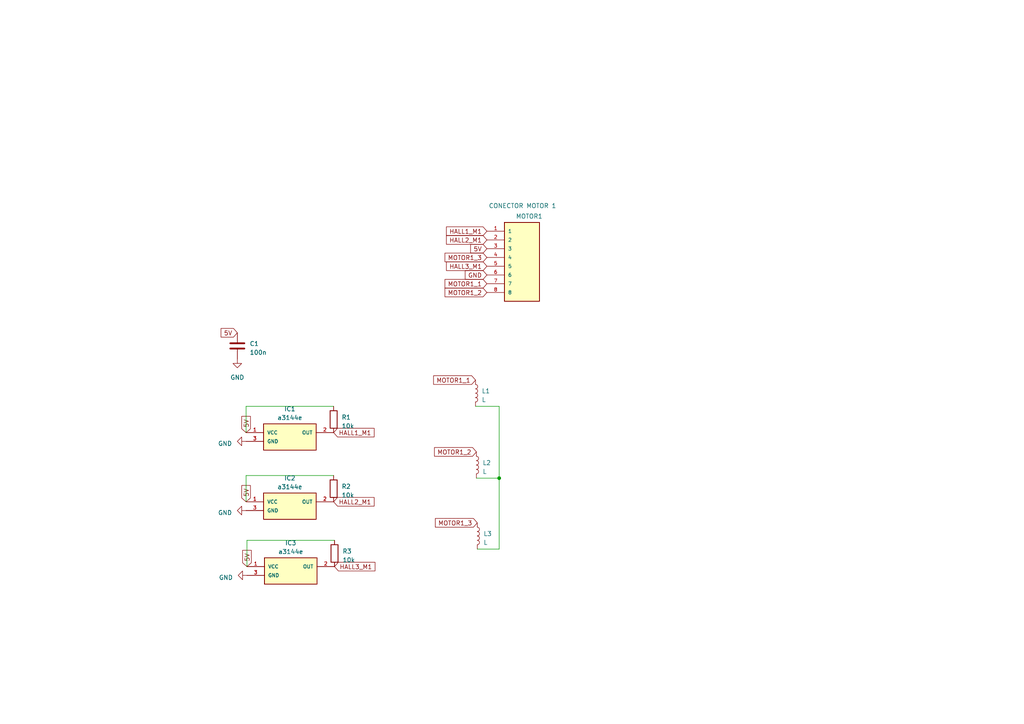
<source format=kicad_sch>
(kicad_sch (version 20230121) (generator eeschema)

  (uuid 2acaf8b6-8040-40d7-9789-d5c6e9693e5e)

  (paper "A4")

  (lib_symbols
    (symbol "1586037-8:1586037-8" (pin_names (offset 1.016)) (in_bom yes) (on_board yes)
      (property "Reference" "J" (at -5.58 12.7 0)
        (effects (font (size 1.27 1.27)) (justify left bottom))
      )
      (property "Value" "1586037-8" (at -5.08 -12.7 0)
        (effects (font (size 1.27 1.27)) (justify left bottom))
      )
      (property "Footprint" "TE_1586037-8" (at 0 0 0)
        (effects (font (size 1.27 1.27)) (justify bottom) hide)
      )
      (property "Datasheet" "" (at 0 0 0)
        (effects (font (size 1.27 1.27)) hide)
      )
      (property "Comment" "1586037-8" (at 0 0 0)
        (effects (font (size 1.27 1.27)) (justify bottom) hide)
      )
      (symbol "1586037-8_0_0"
        (rectangle (start -5.08 -10.16) (end 5.08 12.7)
          (stroke (width 0.254) (type default))
          (fill (type background))
        )
        (pin passive line (at -10.16 10.16 0) (length 5.08)
          (name "1" (effects (font (size 1.016 1.016))))
          (number "1" (effects (font (size 1.016 1.016))))
        )
        (pin passive line (at -10.16 7.62 0) (length 5.08)
          (name "2" (effects (font (size 1.016 1.016))))
          (number "2" (effects (font (size 1.016 1.016))))
        )
        (pin passive line (at -10.16 5.08 0) (length 5.08)
          (name "3" (effects (font (size 1.016 1.016))))
          (number "3" (effects (font (size 1.016 1.016))))
        )
        (pin passive line (at -10.16 2.54 0) (length 5.08)
          (name "4" (effects (font (size 1.016 1.016))))
          (number "4" (effects (font (size 1.016 1.016))))
        )
        (pin passive line (at -10.16 0 0) (length 5.08)
          (name "5" (effects (font (size 1.016 1.016))))
          (number "5" (effects (font (size 1.016 1.016))))
        )
        (pin passive line (at -10.16 -2.54 0) (length 5.08)
          (name "6" (effects (font (size 1.016 1.016))))
          (number "6" (effects (font (size 1.016 1.016))))
        )
        (pin passive line (at -10.16 -5.08 0) (length 5.08)
          (name "7" (effects (font (size 1.016 1.016))))
          (number "7" (effects (font (size 1.016 1.016))))
        )
        (pin passive line (at -10.16 -7.62 0) (length 5.08)
          (name "8" (effects (font (size 1.016 1.016))))
          (number "8" (effects (font (size 1.016 1.016))))
        )
      )
    )
    (symbol "Device:C" (pin_numbers hide) (pin_names (offset 0.254)) (in_bom yes) (on_board yes)
      (property "Reference" "C" (at 0.635 2.54 0)
        (effects (font (size 1.27 1.27)) (justify left))
      )
      (property "Value" "C" (at 0.635 -2.54 0)
        (effects (font (size 1.27 1.27)) (justify left))
      )
      (property "Footprint" "" (at 0.9652 -3.81 0)
        (effects (font (size 1.27 1.27)) hide)
      )
      (property "Datasheet" "~" (at 0 0 0)
        (effects (font (size 1.27 1.27)) hide)
      )
      (property "ki_keywords" "cap capacitor" (at 0 0 0)
        (effects (font (size 1.27 1.27)) hide)
      )
      (property "ki_description" "Unpolarized capacitor" (at 0 0 0)
        (effects (font (size 1.27 1.27)) hide)
      )
      (property "ki_fp_filters" "C_*" (at 0 0 0)
        (effects (font (size 1.27 1.27)) hide)
      )
      (symbol "C_0_1"
        (polyline
          (pts
            (xy -2.032 -0.762)
            (xy 2.032 -0.762)
          )
          (stroke (width 0.508) (type default))
          (fill (type none))
        )
        (polyline
          (pts
            (xy -2.032 0.762)
            (xy 2.032 0.762)
          )
          (stroke (width 0.508) (type default))
          (fill (type none))
        )
      )
      (symbol "C_1_1"
        (pin passive line (at 0 3.81 270) (length 2.794)
          (name "~" (effects (font (size 1.27 1.27))))
          (number "1" (effects (font (size 1.27 1.27))))
        )
        (pin passive line (at 0 -3.81 90) (length 2.794)
          (name "~" (effects (font (size 1.27 1.27))))
          (number "2" (effects (font (size 1.27 1.27))))
        )
      )
    )
    (symbol "Device:L" (pin_numbers hide) (pin_names (offset 1.016) hide) (in_bom yes) (on_board yes)
      (property "Reference" "L" (at -1.27 0 90)
        (effects (font (size 1.27 1.27)))
      )
      (property "Value" "L" (at 1.905 0 90)
        (effects (font (size 1.27 1.27)))
      )
      (property "Footprint" "" (at 0 0 0)
        (effects (font (size 1.27 1.27)) hide)
      )
      (property "Datasheet" "~" (at 0 0 0)
        (effects (font (size 1.27 1.27)) hide)
      )
      (property "ki_keywords" "inductor choke coil reactor magnetic" (at 0 0 0)
        (effects (font (size 1.27 1.27)) hide)
      )
      (property "ki_description" "Inductor" (at 0 0 0)
        (effects (font (size 1.27 1.27)) hide)
      )
      (property "ki_fp_filters" "Choke_* *Coil* Inductor_* L_*" (at 0 0 0)
        (effects (font (size 1.27 1.27)) hide)
      )
      (symbol "L_0_1"
        (arc (start 0 -2.54) (mid 0.6323 -1.905) (end 0 -1.27)
          (stroke (width 0) (type default))
          (fill (type none))
        )
        (arc (start 0 -1.27) (mid 0.6323 -0.635) (end 0 0)
          (stroke (width 0) (type default))
          (fill (type none))
        )
        (arc (start 0 0) (mid 0.6323 0.635) (end 0 1.27)
          (stroke (width 0) (type default))
          (fill (type none))
        )
        (arc (start 0 1.27) (mid 0.6323 1.905) (end 0 2.54)
          (stroke (width 0) (type default))
          (fill (type none))
        )
      )
      (symbol "L_1_1"
        (pin passive line (at 0 3.81 270) (length 1.27)
          (name "1" (effects (font (size 1.27 1.27))))
          (number "1" (effects (font (size 1.27 1.27))))
        )
        (pin passive line (at 0 -3.81 90) (length 1.27)
          (name "2" (effects (font (size 1.27 1.27))))
          (number "2" (effects (font (size 1.27 1.27))))
        )
      )
    )
    (symbol "Device:R" (pin_numbers hide) (pin_names (offset 0)) (in_bom yes) (on_board yes)
      (property "Reference" "R" (at 2.032 0 90)
        (effects (font (size 1.27 1.27)))
      )
      (property "Value" "R" (at 0 0 90)
        (effects (font (size 1.27 1.27)))
      )
      (property "Footprint" "" (at -1.778 0 90)
        (effects (font (size 1.27 1.27)) hide)
      )
      (property "Datasheet" "~" (at 0 0 0)
        (effects (font (size 1.27 1.27)) hide)
      )
      (property "ki_keywords" "R res resistor" (at 0 0 0)
        (effects (font (size 1.27 1.27)) hide)
      )
      (property "ki_description" "Resistor" (at 0 0 0)
        (effects (font (size 1.27 1.27)) hide)
      )
      (property "ki_fp_filters" "R_*" (at 0 0 0)
        (effects (font (size 1.27 1.27)) hide)
      )
      (symbol "R_0_1"
        (rectangle (start -1.016 -2.54) (end 1.016 2.54)
          (stroke (width 0.254) (type default))
          (fill (type none))
        )
      )
      (symbol "R_1_1"
        (pin passive line (at 0 3.81 270) (length 1.27)
          (name "~" (effects (font (size 1.27 1.27))))
          (number "1" (effects (font (size 1.27 1.27))))
        )
        (pin passive line (at 0 -3.81 90) (length 1.27)
          (name "~" (effects (font (size 1.27 1.27))))
          (number "2" (effects (font (size 1.27 1.27))))
        )
      )
    )
    (symbol "Maraca:AH49ENTR-G1" (pin_names (offset 1.016)) (in_bom yes) (on_board yes)
      (property "Reference" "IC" (at 6.35 5.08 0)
        (effects (font (size 1.27 1.27)) (justify left))
      )
      (property "Value" "AH49ENTR-G1" (at 6.35 -7.62 0)
        (effects (font (size 1.27 1.27)) (justify left))
      )
      (property "Footprint" "SOT95P280X145-3N" (at 0 0 0)
        (effects (font (size 1.27 1.27)) (justify bottom) hide)
      )
      (property "Datasheet" "" (at 0 0 0)
        (effects (font (size 1.27 1.27)) hide)
      )
      (property "MANUFACTURER_NAME" "Diodes Inc." (at 0 0 0)
        (effects (font (size 1.27 1.27)) (justify bottom) hide)
      )
      (property "MF" "Diodes Inc." (at 0 0 0)
        (effects (font (size 1.27 1.27)) (justify bottom) hide)
      )
      (property "MOUSER_PRICE-STOCK" "https://www.mouser.co.uk/ProductDetail/Diodes-Incorporated/AH49ENTR-G1?qs=x6A8l6qLYDChHuIEC%252B%252B1Zg%3D%3D" (at 0 0 0)
        (effects (font (size 1.27 1.27)) (justify bottom) hide)
      )
      (property "DESCRIPTION" "DiodesZetex AH49ENTR-G1, Linear Hall Effect Sensor Switch 3-Pin SOT-23, 3  6.5 V" (at 0 0 0)
        (effects (font (size 1.27 1.27)) (justify bottom) hide)
      )
      (property "MOUSER_PART_NUMBER" "621-AH49ENTR-G1" (at 0 0 0)
        (effects (font (size 1.27 1.27)) (justify bottom) hide)
      )
      (property "Price" "None" (at 0 0 0)
        (effects (font (size 1.27 1.27)) (justify bottom) hide)
      )
      (property "Package" "SOT-23-3 Diodes Inc." (at 0 0 0)
        (effects (font (size 1.27 1.27)) (justify bottom) hide)
      )
      (property "Check_prices" "https://www.snapeda.com/parts/AH49ENTR-G1/Diodes+Inc./view-part/?ref=eda" (at 0 0 0)
        (effects (font (size 1.27 1.27)) (justify bottom) hide)
      )
      (property "HEIGHT" "1.45mm" (at 0 0 0)
        (effects (font (size 1.27 1.27)) (justify bottom) hide)
      )
      (property "MP" "AH49ENTR-G1" (at 0 0 0)
        (effects (font (size 1.27 1.27)) (justify bottom) hide)
      )
      (property "SnapEDA_Link" "https://www.snapeda.com/parts/AH49ENTR-G1/Diodes+Inc./view-part/?ref=snap" (at 0 0 0)
        (effects (font (size 1.27 1.27)) (justify bottom) hide)
      )
      (property "ARROW_PRICE-STOCK" "https://www.arrow.com/en/products/ah49entr-g1/diodes-incorporated?region=nac" (at 0 0 0)
        (effects (font (size 1.27 1.27)) (justify bottom) hide)
      )
      (property "ARROW_PART_NUMBER" "AH49ENTR-G1" (at 0 0 0)
        (effects (font (size 1.27 1.27)) (justify bottom) hide)
      )
      (property "Purchase-URL" "https://pricing.snapeda.com/search?q=AH49ENTR-G1&ref=eda" (at 0 0 0)
        (effects (font (size 1.27 1.27)) (justify bottom) hide)
      )
      (property "Description" "\nHall Effect Sensor Single Axis SOT-23-3\n" (at 0 0 0)
        (effects (font (size 1.27 1.27)) (justify bottom) hide)
      )
      (property "Availability" "In Stock" (at 0 0 0)
        (effects (font (size 1.27 1.27)) (justify bottom) hide)
      )
      (property "MANUFACTURER_PART_NUMBER" "AH49ENTR-G1" (at 0 0 0)
        (effects (font (size 1.27 1.27)) (justify bottom) hide)
      )
      (symbol "AH49ENTR-G1_0_0"
        (rectangle (start 5.08 -5.08) (end 20.32 2.54)
          (stroke (width 0.254) (type default))
          (fill (type background))
        )
        (pin bidirectional line (at 0 0 0) (length 5.08)
          (name "VCC" (effects (font (size 1.016 1.016))))
          (number "1" (effects (font (size 1.016 1.016))))
        )
        (pin bidirectional line (at 25.4 0 180) (length 5.08)
          (name "OUT" (effects (font (size 1.016 1.016))))
          (number "2" (effects (font (size 1.016 1.016))))
        )
        (pin bidirectional line (at 0 -2.54 0) (length 5.08)
          (name "GND" (effects (font (size 1.016 1.016))))
          (number "3" (effects (font (size 1.016 1.016))))
        )
      )
    )
    (symbol "power:GND" (power) (pin_names (offset 0)) (in_bom yes) (on_board yes)
      (property "Reference" "#PWR" (at 0 -6.35 0)
        (effects (font (size 1.27 1.27)) hide)
      )
      (property "Value" "GND" (at 0 -3.81 0)
        (effects (font (size 1.27 1.27)))
      )
      (property "Footprint" "" (at 0 0 0)
        (effects (font (size 1.27 1.27)) hide)
      )
      (property "Datasheet" "" (at 0 0 0)
        (effects (font (size 1.27 1.27)) hide)
      )
      (property "ki_keywords" "global power" (at 0 0 0)
        (effects (font (size 1.27 1.27)) hide)
      )
      (property "ki_description" "Power symbol creates a global label with name \"GND\" , ground" (at 0 0 0)
        (effects (font (size 1.27 1.27)) hide)
      )
      (symbol "GND_0_1"
        (polyline
          (pts
            (xy 0 0)
            (xy 0 -1.27)
            (xy 1.27 -1.27)
            (xy 0 -2.54)
            (xy -1.27 -1.27)
            (xy 0 -1.27)
          )
          (stroke (width 0) (type default))
          (fill (type none))
        )
      )
      (symbol "GND_1_1"
        (pin power_in line (at 0 0 270) (length 0) hide
          (name "GND" (effects (font (size 1.27 1.27))))
          (number "1" (effects (font (size 1.27 1.27))))
        )
      )
    )
  )

  (junction (at 144.78 138.684) (diameter 0) (color 0 0 0 0)
    (uuid 1fe26f0f-8d78-4bb0-bd2f-0a3a0c72304a)
  )

  (wire (pts (xy 144.78 159.258) (xy 144.78 138.684))
    (stroke (width 0) (type default))
    (uuid 2edfa28e-fedb-4afa-b069-d9394f6dbba0)
  )
  (wire (pts (xy 144.78 117.856) (xy 137.922 117.856))
    (stroke (width 0) (type default))
    (uuid 3e86d831-e83f-4b58-ac54-d4cfba56c55c)
  )
  (wire (pts (xy 71.374 117.856) (xy 71.374 125.476))
    (stroke (width 0) (type default))
    (uuid 49368643-7720-4c3f-8361-81b455078dc3)
  )
  (wire (pts (xy 71.374 137.922) (xy 71.374 145.542))
    (stroke (width 0) (type default))
    (uuid 94990c3b-2a4d-408f-a9d8-84a4dd411fb3)
  )
  (wire (pts (xy 71.628 156.718) (xy 71.628 164.338))
    (stroke (width 0) (type default))
    (uuid 96fbc2df-3147-4f45-97a7-9a9ed4d434fa)
  )
  (wire (pts (xy 97.028 156.718) (xy 71.628 156.718))
    (stroke (width 0) (type default))
    (uuid 98acae81-f828-430d-81cb-6a09e5aef575)
  )
  (wire (pts (xy 96.774 137.922) (xy 71.374 137.922))
    (stroke (width 0) (type default))
    (uuid a13d2884-47b7-4194-9667-8a2ad160bcf1)
  )
  (wire (pts (xy 144.78 138.684) (xy 144.78 117.856))
    (stroke (width 0) (type default))
    (uuid b937e8f8-0028-4771-beb5-3be9bccc7202)
  )
  (wire (pts (xy 96.774 117.856) (xy 71.374 117.856))
    (stroke (width 0) (type default))
    (uuid c3901f62-af3e-42cd-950b-c6e2fdd434cb)
  )
  (wire (pts (xy 138.43 159.258) (xy 144.78 159.258))
    (stroke (width 0) (type default))
    (uuid f588a2fb-883c-4d5d-83bb-27232a5aaa0d)
  )
  (wire (pts (xy 138.176 138.684) (xy 144.78 138.684))
    (stroke (width 0) (type default))
    (uuid fc343d66-5916-4768-94ce-2ed45ef6f0f6)
  )

  (global_label "HALL1_M1" (shape input) (at 141.224 67.056 180) (fields_autoplaced)
    (effects (font (size 1.27 1.27)) (justify right))
    (uuid 10aa9b04-baa6-4198-9cb5-296c2b6c9f11)
    (property "Intersheetrefs" "${INTERSHEET_REFS}" (at 129.0049 67.056 0)
      (effects (font (size 1.27 1.27)) (justify right) hide)
    )
  )
  (global_label "GND" (shape input) (at 141.224 79.756 180) (fields_autoplaced)
    (effects (font (size 1.27 1.27)) (justify right))
    (uuid 396f9206-446d-45f9-87c2-d170362a9c84)
    (property "Intersheetrefs" "${INTERSHEET_REFS}" (at 134.4477 79.756 0)
      (effects (font (size 1.27 1.27)) (justify right) hide)
    )
  )
  (global_label "HALL1_M1" (shape input) (at 96.774 125.476 0) (fields_autoplaced)
    (effects (font (size 1.27 1.27)) (justify left))
    (uuid 442cc5e6-9b60-488c-a88f-7de47ed79464)
    (property "Intersheetrefs" "${INTERSHEET_REFS}" (at 108.9931 125.476 0)
      (effects (font (size 1.27 1.27)) (justify left) hide)
    )
  )
  (global_label "HALL2_M1" (shape input) (at 141.224 69.596 180) (fields_autoplaced)
    (effects (font (size 1.27 1.27)) (justify right))
    (uuid 57797881-373f-4464-a790-c2ba5ba4d1c1)
    (property "Intersheetrefs" "${INTERSHEET_REFS}" (at 129.0049 69.596 0)
      (effects (font (size 1.27 1.27)) (justify right) hide)
    )
  )
  (global_label "5V" (shape input) (at 141.224 72.136 180) (fields_autoplaced)
    (effects (font (size 1.27 1.27)) (justify right))
    (uuid 5eaac073-2eb5-47f4-bbd3-adbb813e52d6)
    (property "Intersheetrefs" "${INTERSHEET_REFS}" (at 136.0201 72.136 0)
      (effects (font (size 1.27 1.27)) (justify right) hide)
    )
  )
  (global_label "MOTOR1_2" (shape input) (at 138.176 131.064 180) (fields_autoplaced)
    (effects (font (size 1.27 1.27)) (justify right))
    (uuid 62601c98-05cc-4044-8f6d-24d40b617b15)
    (property "Intersheetrefs" "${INTERSHEET_REFS}" (at 125.5336 131.064 0)
      (effects (font (size 1.27 1.27)) (justify right) hide)
    )
  )
  (global_label "MOTOR1_3" (shape input) (at 138.43 151.638 180) (fields_autoplaced)
    (effects (font (size 1.27 1.27)) (justify right))
    (uuid 65324066-9397-4c26-873c-aafb0b394ac0)
    (property "Intersheetrefs" "${INTERSHEET_REFS}" (at 125.7876 151.638 0)
      (effects (font (size 1.27 1.27)) (justify right) hide)
    )
  )
  (global_label "MOTOR1_2" (shape input) (at 141.224 84.836 180) (fields_autoplaced)
    (effects (font (size 1.27 1.27)) (justify right))
    (uuid 6769ea07-9484-4023-8df7-19c02e6e46c0)
    (property "Intersheetrefs" "${INTERSHEET_REFS}" (at 128.5816 84.836 0)
      (effects (font (size 1.27 1.27)) (justify right) hide)
    )
  )
  (global_label "HALL3_M1" (shape input) (at 141.224 77.216 180) (fields_autoplaced)
    (effects (font (size 1.27 1.27)) (justify right))
    (uuid 794f98c6-88ca-4f7f-a690-932d349e0369)
    (property "Intersheetrefs" "${INTERSHEET_REFS}" (at 129.0049 77.216 0)
      (effects (font (size 1.27 1.27)) (justify right) hide)
    )
  )
  (global_label "5V" (shape input) (at 71.374 145.542 90) (fields_autoplaced)
    (effects (font (size 1.27 1.27)) (justify left))
    (uuid 8356c311-7407-4663-8079-4befc454edbe)
    (property "Intersheetrefs" "${INTERSHEET_REFS}" (at 71.374 140.3381 90)
      (effects (font (size 1.27 1.27)) (justify left) hide)
    )
  )
  (global_label "MOTOR1_3" (shape input) (at 141.224 74.676 180) (fields_autoplaced)
    (effects (font (size 1.27 1.27)) (justify right))
    (uuid 868739fd-d2af-4890-a2da-d81a8cded55c)
    (property "Intersheetrefs" "${INTERSHEET_REFS}" (at 128.5816 74.676 0)
      (effects (font (size 1.27 1.27)) (justify right) hide)
    )
  )
  (global_label "HALL2_M1" (shape input) (at 96.774 145.542 0) (fields_autoplaced)
    (effects (font (size 1.27 1.27)) (justify left))
    (uuid 8aad1ca3-698b-4d8b-97fc-8db759607d6d)
    (property "Intersheetrefs" "${INTERSHEET_REFS}" (at 108.9931 145.542 0)
      (effects (font (size 1.27 1.27)) (justify left) hide)
    )
  )
  (global_label "MOTOR1_1" (shape input) (at 137.922 110.236 180) (fields_autoplaced)
    (effects (font (size 1.27 1.27)) (justify right))
    (uuid a26eb2fb-d47e-4a13-ba05-379b4513041b)
    (property "Intersheetrefs" "${INTERSHEET_REFS}" (at 125.2796 110.236 0)
      (effects (font (size 1.27 1.27)) (justify right) hide)
    )
  )
  (global_label "HALL3_M1" (shape input) (at 97.028 164.338 0) (fields_autoplaced)
    (effects (font (size 1.27 1.27)) (justify left))
    (uuid cefc8a41-20c0-47cb-bcf7-185c05223705)
    (property "Intersheetrefs" "${INTERSHEET_REFS}" (at 109.2471 164.338 0)
      (effects (font (size 1.27 1.27)) (justify left) hide)
    )
  )
  (global_label "5V" (shape input) (at 71.628 164.338 90) (fields_autoplaced)
    (effects (font (size 1.27 1.27)) (justify left))
    (uuid d44d5906-d0a9-42d6-b43b-ec59cc0e1ccc)
    (property "Intersheetrefs" "${INTERSHEET_REFS}" (at 71.628 159.1341 90)
      (effects (font (size 1.27 1.27)) (justify left) hide)
    )
  )
  (global_label "MOTOR1_1" (shape input) (at 141.224 82.296 180) (fields_autoplaced)
    (effects (font (size 1.27 1.27)) (justify right))
    (uuid ed41d988-ddd3-499c-a34d-70a1d360ddf8)
    (property "Intersheetrefs" "${INTERSHEET_REFS}" (at 128.5816 82.296 0)
      (effects (font (size 1.27 1.27)) (justify right) hide)
    )
  )
  (global_label "5V" (shape input) (at 68.834 96.52 180) (fields_autoplaced)
    (effects (font (size 1.27 1.27)) (justify right))
    (uuid f5cd16f4-b168-4553-a923-faedb7892c67)
    (property "Intersheetrefs" "${INTERSHEET_REFS}" (at 63.6301 96.52 0)
      (effects (font (size 1.27 1.27)) (justify right) hide)
    )
  )
  (global_label "5V" (shape input) (at 71.374 125.476 90) (fields_autoplaced)
    (effects (font (size 1.27 1.27)) (justify left))
    (uuid f88217b0-f875-43cd-8395-19e0f09f0ed0)
    (property "Intersheetrefs" "${INTERSHEET_REFS}" (at 71.374 120.2721 90)
      (effects (font (size 1.27 1.27)) (justify left) hide)
    )
  )

  (symbol (lib_id "Maraca:AH49ENTR-G1") (at 71.374 145.542 0) (unit 1)
    (in_bom yes) (on_board yes) (dnp no) (fields_autoplaced)
    (uuid 02a1513d-c00c-48a9-a7c3-fcd9d4fae67b)
    (property "Reference" "IC2" (at 84.074 138.684 0)
      (effects (font (size 1.27 1.27)))
    )
    (property "Value" "a3144e" (at 84.074 141.224 0)
      (effects (font (size 1.27 1.27)))
    )
    (property "Footprint" "Package_TO_SOT_SMD:SOT-23" (at 71.374 145.542 0)
      (effects (font (size 1.27 1.27)) (justify bottom) hide)
    )
    (property "Datasheet" "" (at 71.374 145.542 0)
      (effects (font (size 1.27 1.27)) hide)
    )
    (property "MANUFACTURER_NAME" "Diodes Inc." (at 71.374 145.542 0)
      (effects (font (size 1.27 1.27)) (justify bottom) hide)
    )
    (property "MF" "Diodes Inc." (at 71.374 145.542 0)
      (effects (font (size 1.27 1.27)) (justify bottom) hide)
    )
    (property "MOUSER_PRICE-STOCK" "https://www.mouser.co.uk/ProductDetail/Diodes-Incorporated/AH49ENTR-G1?qs=x6A8l6qLYDChHuIEC%252B%252B1Zg%3D%3D" (at 71.374 145.542 0)
      (effects (font (size 1.27 1.27)) (justify bottom) hide)
    )
    (property "DESCRIPTION" "DiodesZetex AH49ENTR-G1, Linear Hall Effect Sensor Switch 3-Pin SOT-23, 3  6.5 V" (at 71.374 145.542 0)
      (effects (font (size 1.27 1.27)) (justify bottom) hide)
    )
    (property "MOUSER_PART_NUMBER" "621-AH49ENTR-G1" (at 71.374 145.542 0)
      (effects (font (size 1.27 1.27)) (justify bottom) hide)
    )
    (property "Price" "None" (at 71.374 145.542 0)
      (effects (font (size 1.27 1.27)) (justify bottom) hide)
    )
    (property "Package" "SOT-23-3 Diodes Inc." (at 71.374 145.542 0)
      (effects (font (size 1.27 1.27)) (justify bottom) hide)
    )
    (property "Check_prices" "https://www.snapeda.com/parts/AH49ENTR-G1/Diodes+Inc./view-part/?ref=eda" (at 71.374 145.542 0)
      (effects (font (size 1.27 1.27)) (justify bottom) hide)
    )
    (property "HEIGHT" "1.45mm" (at 71.374 145.542 0)
      (effects (font (size 1.27 1.27)) (justify bottom) hide)
    )
    (property "MP" "AH49ENTR-G1" (at 71.374 145.542 0)
      (effects (font (size 1.27 1.27)) (justify bottom) hide)
    )
    (property "SnapEDA_Link" "https://www.snapeda.com/parts/AH49ENTR-G1/Diodes+Inc./view-part/?ref=snap" (at 71.374 145.542 0)
      (effects (font (size 1.27 1.27)) (justify bottom) hide)
    )
    (property "ARROW_PRICE-STOCK" "https://www.arrow.com/en/products/ah49entr-g1/diodes-incorporated?region=nac" (at 71.374 145.542 0)
      (effects (font (size 1.27 1.27)) (justify bottom) hide)
    )
    (property "ARROW_PART_NUMBER" "AH49ENTR-G1" (at 71.374 145.542 0)
      (effects (font (size 1.27 1.27)) (justify bottom) hide)
    )
    (property "Purchase-URL" "https://pricing.snapeda.com/search?q=AH49ENTR-G1&ref=eda" (at 71.374 145.542 0)
      (effects (font (size 1.27 1.27)) (justify bottom) hide)
    )
    (property "Description" "\nHall Effect Sensor Single Axis SOT-23-3\n" (at 71.374 145.542 0)
      (effects (font (size 1.27 1.27)) (justify bottom) hide)
    )
    (property "Availability" "In Stock" (at 71.374 145.542 0)
      (effects (font (size 1.27 1.27)) (justify bottom) hide)
    )
    (property "MANUFACTURER_PART_NUMBER" "AH49ENTR-G1" (at 71.374 145.542 0)
      (effects (font (size 1.27 1.27)) (justify bottom) hide)
    )
    (pin "1" (uuid d4a83065-3825-45d2-81cb-13e9d50b89a4))
    (pin "2" (uuid 3b193d21-7cfc-4378-8859-11339a2e23f6))
    (pin "3" (uuid c3f3a730-4956-4b4b-81ca-32363964d61a))
    (instances
      (project "Circuito interno Maxon 30W v4"
        (path "/2acaf8b6-8040-40d7-9789-d5c6e9693e5e"
          (reference "IC2") (unit 1)
        )
      )
    )
  )

  (symbol (lib_id "power:GND") (at 71.374 128.016 270) (unit 1)
    (in_bom yes) (on_board yes) (dnp no) (fields_autoplaced)
    (uuid 0df12c39-46c7-442c-815c-def0d7db8f49)
    (property "Reference" "#PWR08" (at 65.024 128.016 0)
      (effects (font (size 1.27 1.27)) hide)
    )
    (property "Value" "GND" (at 67.31 128.651 90)
      (effects (font (size 1.27 1.27)) (justify right))
    )
    (property "Footprint" "" (at 71.374 128.016 0)
      (effects (font (size 1.27 1.27)) hide)
    )
    (property "Datasheet" "" (at 71.374 128.016 0)
      (effects (font (size 1.27 1.27)) hide)
    )
    (pin "1" (uuid 650b0d5b-451a-4f7c-9e61-841623cf5721))
    (instances
      (project "Circuito interno Maxon 30W v4"
        (path "/2acaf8b6-8040-40d7-9789-d5c6e9693e5e"
          (reference "#PWR08") (unit 1)
        )
      )
    )
  )

  (symbol (lib_id "Device:L") (at 138.43 155.448 0) (unit 1)
    (in_bom yes) (on_board yes) (dnp no) (fields_autoplaced)
    (uuid 19e80f1a-8e14-4742-ae84-2ff1385f5e61)
    (property "Reference" "L3" (at 140.208 154.813 0)
      (effects (font (size 1.27 1.27)) (justify left))
    )
    (property "Value" "L" (at 140.208 157.353 0)
      (effects (font (size 1.27 1.27)) (justify left))
    )
    (property "Footprint" "Inductor_THT:L_Axial_L11.0mm_D4.5mm_P15.24mm_Horizontal_Fastron_MECC" (at 138.43 155.448 0)
      (effects (font (size 1.27 1.27)) hide)
    )
    (property "Datasheet" "~" (at 138.43 155.448 0)
      (effects (font (size 1.27 1.27)) hide)
    )
    (pin "1" (uuid f30f4969-f557-48e9-b765-d481c884ff78))
    (pin "2" (uuid 3f3dc6a9-6846-4209-9ad3-0bceb9867564))
    (instances
      (project "Circuito interno Maxon 30W v4"
        (path "/2acaf8b6-8040-40d7-9789-d5c6e9693e5e"
          (reference "L3") (unit 1)
        )
      )
    )
  )

  (symbol (lib_id "Device:R") (at 96.774 141.732 0) (unit 1)
    (in_bom yes) (on_board yes) (dnp no) (fields_autoplaced)
    (uuid 1a9ad6fe-42fe-4d92-8934-1e020ca82f82)
    (property "Reference" "R2" (at 99.06 141.097 0)
      (effects (font (size 1.27 1.27)) (justify left))
    )
    (property "Value" "10k" (at 99.06 143.637 0)
      (effects (font (size 1.27 1.27)) (justify left))
    )
    (property "Footprint" "Resistor_SMD:R_0805_2012Metric" (at 94.996 141.732 90)
      (effects (font (size 1.27 1.27)) hide)
    )
    (property "Datasheet" "~" (at 96.774 141.732 0)
      (effects (font (size 1.27 1.27)) hide)
    )
    (pin "1" (uuid 2956321d-6fed-40a1-b059-3d0287c4601f))
    (pin "2" (uuid 756e89a8-23ca-4f80-a168-f244a869c866))
    (instances
      (project "Circuito interno Maxon 30W v4"
        (path "/2acaf8b6-8040-40d7-9789-d5c6e9693e5e"
          (reference "R2") (unit 1)
        )
      )
    )
  )

  (symbol (lib_id "1586037-8:1586037-8") (at 151.384 77.216 0) (unit 1)
    (in_bom yes) (on_board yes) (dnp no)
    (uuid 1d355a9d-cf5a-49a9-88b2-60136532732b)
    (property "Reference" "MOTOR1" (at 149.606 62.738 0)
      (effects (font (size 1.27 1.27)) (justify left))
    )
    (property "Value" "CONECTOR MOTOR 1" (at 141.732 59.69 0)
      (effects (font (size 1.27 1.27)) (justify left))
    )
    (property "Footprint" "Maraca:TE_1586037-8b" (at 151.384 77.216 0)
      (effects (font (size 1.27 1.27)) (justify bottom) hide)
    )
    (property "Datasheet" "" (at 151.384 77.216 0)
      (effects (font (size 1.27 1.27)) hide)
    )
    (property "Comment" "1586037-8" (at 151.384 77.216 0)
      (effects (font (size 1.27 1.27)) (justify bottom) hide)
    )
    (pin "1" (uuid 35ab3f27-38df-47d4-b442-0691e524d234))
    (pin "2" (uuid f3cf5742-a95d-40e0-8311-0b8a57f571cf))
    (pin "3" (uuid abb89f62-42b3-4b3b-8a02-1c6afacfab2d))
    (pin "4" (uuid 0962d606-5c31-42af-a7bc-8d22c5ca8d50))
    (pin "5" (uuid b39a619e-fe35-40e9-a694-3f364eab6c6e))
    (pin "6" (uuid 37aac757-cc90-4944-ac88-5099eec51f5f))
    (pin "7" (uuid 5368ed34-1773-40c2-9f73-863e35ddbb81))
    (pin "8" (uuid 15319925-58f7-4f6c-b901-445809e434ec))
    (instances
      (project "Circuito interno Maxon 30W v4"
        (path "/2acaf8b6-8040-40d7-9789-d5c6e9693e5e"
          (reference "MOTOR1") (unit 1)
        )
      )
      (project "SSL Base SMD - v7"
        (path "/82e4a3bf-8a14-4453-a27e-85b488823db3"
          (reference "MOTOR1") (unit 1)
        )
      )
    )
  )

  (symbol (lib_id "Device:L") (at 138.176 134.874 0) (unit 1)
    (in_bom yes) (on_board yes) (dnp no) (fields_autoplaced)
    (uuid 2c0a3fdd-d306-4d06-ad9b-f4486c1e396a)
    (property "Reference" "L2" (at 139.954 134.239 0)
      (effects (font (size 1.27 1.27)) (justify left))
    )
    (property "Value" "L" (at 139.954 136.779 0)
      (effects (font (size 1.27 1.27)) (justify left))
    )
    (property "Footprint" "Inductor_THT:L_Axial_L11.0mm_D4.5mm_P15.24mm_Horizontal_Fastron_MECC" (at 138.176 134.874 0)
      (effects (font (size 1.27 1.27)) hide)
    )
    (property "Datasheet" "~" (at 138.176 134.874 0)
      (effects (font (size 1.27 1.27)) hide)
    )
    (pin "1" (uuid dde03abd-d32a-4f37-b03b-424abb3b6cc5))
    (pin "2" (uuid b397f517-a29f-4fc2-b4b7-a817eca67d73))
    (instances
      (project "Circuito interno Maxon 30W v4"
        (path "/2acaf8b6-8040-40d7-9789-d5c6e9693e5e"
          (reference "L2") (unit 1)
        )
      )
    )
  )

  (symbol (lib_id "Device:C") (at 68.834 100.33 0) (unit 1)
    (in_bom yes) (on_board yes) (dnp no) (fields_autoplaced)
    (uuid 5ed013e9-d106-42af-bdcd-bb9d3739c10d)
    (property "Reference" "C1" (at 72.39 99.695 0)
      (effects (font (size 1.27 1.27)) (justify left))
    )
    (property "Value" "100n" (at 72.39 102.235 0)
      (effects (font (size 1.27 1.27)) (justify left))
    )
    (property "Footprint" "Capacitor_SMD:C_0805_2012Metric" (at 69.7992 104.14 0)
      (effects (font (size 1.27 1.27)) hide)
    )
    (property "Datasheet" "~" (at 68.834 100.33 0)
      (effects (font (size 1.27 1.27)) hide)
    )
    (pin "1" (uuid f0f77061-aaa1-4b90-ac2b-678d1255a832))
    (pin "2" (uuid 74591946-6ddc-4ad4-a31d-71f712ae6f15))
    (instances
      (project "Circuito interno Maxon 30W v4"
        (path "/2acaf8b6-8040-40d7-9789-d5c6e9693e5e"
          (reference "C1") (unit 1)
        )
      )
    )
  )

  (symbol (lib_id "Device:R") (at 97.028 160.528 0) (unit 1)
    (in_bom yes) (on_board yes) (dnp no) (fields_autoplaced)
    (uuid 6cc57568-dca1-4e37-af0f-93f0064757f0)
    (property "Reference" "R3" (at 99.314 159.893 0)
      (effects (font (size 1.27 1.27)) (justify left))
    )
    (property "Value" "10k" (at 99.314 162.433 0)
      (effects (font (size 1.27 1.27)) (justify left))
    )
    (property "Footprint" "Resistor_SMD:R_0805_2012Metric" (at 95.25 160.528 90)
      (effects (font (size 1.27 1.27)) hide)
    )
    (property "Datasheet" "~" (at 97.028 160.528 0)
      (effects (font (size 1.27 1.27)) hide)
    )
    (pin "1" (uuid 9d9fbbec-577d-420d-8c50-ef12f5d72576))
    (pin "2" (uuid af84b666-892d-47c4-92a7-8019ac98339e))
    (instances
      (project "Circuito interno Maxon 30W v4"
        (path "/2acaf8b6-8040-40d7-9789-d5c6e9693e5e"
          (reference "R3") (unit 1)
        )
      )
    )
  )

  (symbol (lib_id "power:GND") (at 68.834 104.14 0) (unit 1)
    (in_bom yes) (on_board yes) (dnp no) (fields_autoplaced)
    (uuid 7b4e83fa-c090-4564-ac07-713f14be266d)
    (property "Reference" "#PWR07" (at 68.834 110.49 0)
      (effects (font (size 1.27 1.27)) hide)
    )
    (property "Value" "GND" (at 68.834 109.474 0)
      (effects (font (size 1.27 1.27)))
    )
    (property "Footprint" "" (at 68.834 104.14 0)
      (effects (font (size 1.27 1.27)) hide)
    )
    (property "Datasheet" "" (at 68.834 104.14 0)
      (effects (font (size 1.27 1.27)) hide)
    )
    (pin "1" (uuid aa59275e-12e1-4406-83a1-25286130be3b))
    (instances
      (project "Circuito interno Maxon 30W v4"
        (path "/2acaf8b6-8040-40d7-9789-d5c6e9693e5e"
          (reference "#PWR07") (unit 1)
        )
      )
    )
  )

  (symbol (lib_id "Maraca:AH49ENTR-G1") (at 71.628 164.338 0) (unit 1)
    (in_bom yes) (on_board yes) (dnp no) (fields_autoplaced)
    (uuid 85328d23-0e68-4d48-8698-ef43ae8a2ac8)
    (property "Reference" "IC3" (at 84.328 157.48 0)
      (effects (font (size 1.27 1.27)))
    )
    (property "Value" "a3144e" (at 84.328 160.02 0)
      (effects (font (size 1.27 1.27)))
    )
    (property "Footprint" "Package_TO_SOT_SMD:SOT-23" (at 71.628 164.338 0)
      (effects (font (size 1.27 1.27)) (justify bottom) hide)
    )
    (property "Datasheet" "" (at 71.628 164.338 0)
      (effects (font (size 1.27 1.27)) hide)
    )
    (property "MANUFACTURER_NAME" "Diodes Inc." (at 71.628 164.338 0)
      (effects (font (size 1.27 1.27)) (justify bottom) hide)
    )
    (property "MF" "Diodes Inc." (at 71.628 164.338 0)
      (effects (font (size 1.27 1.27)) (justify bottom) hide)
    )
    (property "MOUSER_PRICE-STOCK" "https://www.mouser.co.uk/ProductDetail/Diodes-Incorporated/AH49ENTR-G1?qs=x6A8l6qLYDChHuIEC%252B%252B1Zg%3D%3D" (at 71.628 164.338 0)
      (effects (font (size 1.27 1.27)) (justify bottom) hide)
    )
    (property "DESCRIPTION" "DiodesZetex AH49ENTR-G1, Linear Hall Effect Sensor Switch 3-Pin SOT-23, 3  6.5 V" (at 71.628 164.338 0)
      (effects (font (size 1.27 1.27)) (justify bottom) hide)
    )
    (property "MOUSER_PART_NUMBER" "621-AH49ENTR-G1" (at 71.628 164.338 0)
      (effects (font (size 1.27 1.27)) (justify bottom) hide)
    )
    (property "Price" "None" (at 71.628 164.338 0)
      (effects (font (size 1.27 1.27)) (justify bottom) hide)
    )
    (property "Package" "SOT-23-3 Diodes Inc." (at 71.628 164.338 0)
      (effects (font (size 1.27 1.27)) (justify bottom) hide)
    )
    (property "Check_prices" "https://www.snapeda.com/parts/AH49ENTR-G1/Diodes+Inc./view-part/?ref=eda" (at 71.628 164.338 0)
      (effects (font (size 1.27 1.27)) (justify bottom) hide)
    )
    (property "HEIGHT" "1.45mm" (at 71.628 164.338 0)
      (effects (font (size 1.27 1.27)) (justify bottom) hide)
    )
    (property "MP" "AH49ENTR-G1" (at 71.628 164.338 0)
      (effects (font (size 1.27 1.27)) (justify bottom) hide)
    )
    (property "SnapEDA_Link" "https://www.snapeda.com/parts/AH49ENTR-G1/Diodes+Inc./view-part/?ref=snap" (at 71.628 164.338 0)
      (effects (font (size 1.27 1.27)) (justify bottom) hide)
    )
    (property "ARROW_PRICE-STOCK" "https://www.arrow.com/en/products/ah49entr-g1/diodes-incorporated?region=nac" (at 71.628 164.338 0)
      (effects (font (size 1.27 1.27)) (justify bottom) hide)
    )
    (property "ARROW_PART_NUMBER" "AH49ENTR-G1" (at 71.628 164.338 0)
      (effects (font (size 1.27 1.27)) (justify bottom) hide)
    )
    (property "Purchase-URL" "https://pricing.snapeda.com/search?q=AH49ENTR-G1&ref=eda" (at 71.628 164.338 0)
      (effects (font (size 1.27 1.27)) (justify bottom) hide)
    )
    (property "Description" "\nHall Effect Sensor Single Axis SOT-23-3\n" (at 71.628 164.338 0)
      (effects (font (size 1.27 1.27)) (justify bottom) hide)
    )
    (property "Availability" "In Stock" (at 71.628 164.338 0)
      (effects (font (size 1.27 1.27)) (justify bottom) hide)
    )
    (property "MANUFACTURER_PART_NUMBER" "AH49ENTR-G1" (at 71.628 164.338 0)
      (effects (font (size 1.27 1.27)) (justify bottom) hide)
    )
    (pin "1" (uuid 0c1b97cf-5433-4308-8f6a-8c6e9e58e3a9))
    (pin "2" (uuid a130d8e2-dfd0-4b55-94dc-13144519a8c9))
    (pin "3" (uuid 97c66fc0-8e70-4c12-a61e-6f1deded7d86))
    (instances
      (project "Circuito interno Maxon 30W v4"
        (path "/2acaf8b6-8040-40d7-9789-d5c6e9693e5e"
          (reference "IC3") (unit 1)
        )
      )
    )
  )

  (symbol (lib_id "power:GND") (at 71.628 166.878 270) (unit 1)
    (in_bom yes) (on_board yes) (dnp no) (fields_autoplaced)
    (uuid a855a708-a3ff-42ff-b492-4ee147530584)
    (property "Reference" "#PWR09" (at 65.278 166.878 0)
      (effects (font (size 1.27 1.27)) hide)
    )
    (property "Value" "GND" (at 67.564 167.513 90)
      (effects (font (size 1.27 1.27)) (justify right))
    )
    (property "Footprint" "" (at 71.628 166.878 0)
      (effects (font (size 1.27 1.27)) hide)
    )
    (property "Datasheet" "" (at 71.628 166.878 0)
      (effects (font (size 1.27 1.27)) hide)
    )
    (pin "1" (uuid 7bcaa1e6-69ff-4797-9270-0ee3f5d5b792))
    (instances
      (project "Circuito interno Maxon 30W v4"
        (path "/2acaf8b6-8040-40d7-9789-d5c6e9693e5e"
          (reference "#PWR09") (unit 1)
        )
      )
    )
  )

  (symbol (lib_id "Device:R") (at 96.774 121.666 0) (unit 1)
    (in_bom yes) (on_board yes) (dnp no) (fields_autoplaced)
    (uuid ad0ec936-db0f-4b8c-a2d2-165041b4952e)
    (property "Reference" "R1" (at 99.06 121.031 0)
      (effects (font (size 1.27 1.27)) (justify left))
    )
    (property "Value" "10k" (at 99.06 123.571 0)
      (effects (font (size 1.27 1.27)) (justify left))
    )
    (property "Footprint" "Resistor_SMD:R_0805_2012Metric" (at 94.996 121.666 90)
      (effects (font (size 1.27 1.27)) hide)
    )
    (property "Datasheet" "~" (at 96.774 121.666 0)
      (effects (font (size 1.27 1.27)) hide)
    )
    (pin "1" (uuid 43133ded-4872-4210-be96-ffa802292b8f))
    (pin "2" (uuid 1e6cd7d3-91ec-4656-815a-46ed5449a2cc))
    (instances
      (project "Circuito interno Maxon 30W v4"
        (path "/2acaf8b6-8040-40d7-9789-d5c6e9693e5e"
          (reference "R1") (unit 1)
        )
      )
    )
  )

  (symbol (lib_id "Device:L") (at 137.922 114.046 0) (unit 1)
    (in_bom yes) (on_board yes) (dnp no) (fields_autoplaced)
    (uuid d5933295-aadf-4ac4-b31a-ee8822654822)
    (property "Reference" "L1" (at 139.7 113.411 0)
      (effects (font (size 1.27 1.27)) (justify left))
    )
    (property "Value" "L" (at 139.7 115.951 0)
      (effects (font (size 1.27 1.27)) (justify left))
    )
    (property "Footprint" "Inductor_THT:L_Axial_L11.0mm_D4.5mm_P15.24mm_Horizontal_Fastron_MECC" (at 137.922 114.046 0)
      (effects (font (size 1.27 1.27)) hide)
    )
    (property "Datasheet" "~" (at 137.922 114.046 0)
      (effects (font (size 1.27 1.27)) hide)
    )
    (pin "1" (uuid 4ef5984a-6041-4327-a44e-a506e30d4c1c))
    (pin "2" (uuid 421d3a84-6714-46c4-8fd5-ee6ac8867d53))
    (instances
      (project "Circuito interno Maxon 30W v4"
        (path "/2acaf8b6-8040-40d7-9789-d5c6e9693e5e"
          (reference "L1") (unit 1)
        )
      )
    )
  )

  (symbol (lib_id "power:GND") (at 71.374 148.082 270) (unit 1)
    (in_bom yes) (on_board yes) (dnp no) (fields_autoplaced)
    (uuid d6bb2062-3384-4359-a0d5-7275f50bb1ea)
    (property "Reference" "#PWR05" (at 65.024 148.082 0)
      (effects (font (size 1.27 1.27)) hide)
    )
    (property "Value" "GND" (at 67.31 148.717 90)
      (effects (font (size 1.27 1.27)) (justify right))
    )
    (property "Footprint" "" (at 71.374 148.082 0)
      (effects (font (size 1.27 1.27)) hide)
    )
    (property "Datasheet" "" (at 71.374 148.082 0)
      (effects (font (size 1.27 1.27)) hide)
    )
    (pin "1" (uuid 2a9b3e30-4b5e-4f26-86b4-65035087235d))
    (instances
      (project "Circuito interno Maxon 30W v4"
        (path "/2acaf8b6-8040-40d7-9789-d5c6e9693e5e"
          (reference "#PWR05") (unit 1)
        )
      )
    )
  )

  (symbol (lib_id "Maraca:AH49ENTR-G1") (at 71.374 125.476 0) (unit 1)
    (in_bom yes) (on_board yes) (dnp no) (fields_autoplaced)
    (uuid e2fb6792-c8ab-4889-84f2-338e49348b6a)
    (property "Reference" "IC1" (at 84.074 118.618 0)
      (effects (font (size 1.27 1.27)))
    )
    (property "Value" "a3144e" (at 84.074 121.158 0)
      (effects (font (size 1.27 1.27)))
    )
    (property "Footprint" "Package_TO_SOT_SMD:SOT-23" (at 71.374 125.476 0)
      (effects (font (size 1.27 1.27)) (justify bottom) hide)
    )
    (property "Datasheet" "" (at 71.374 125.476 0)
      (effects (font (size 1.27 1.27)) hide)
    )
    (property "MANUFACTURER_NAME" "Diodes Inc." (at 71.374 125.476 0)
      (effects (font (size 1.27 1.27)) (justify bottom) hide)
    )
    (property "MF" "Diodes Inc." (at 71.374 125.476 0)
      (effects (font (size 1.27 1.27)) (justify bottom) hide)
    )
    (property "MOUSER_PRICE-STOCK" "https://www.mouser.co.uk/ProductDetail/Diodes-Incorporated/AH49ENTR-G1?qs=x6A8l6qLYDChHuIEC%252B%252B1Zg%3D%3D" (at 71.374 125.476 0)
      (effects (font (size 1.27 1.27)) (justify bottom) hide)
    )
    (property "DESCRIPTION" "DiodesZetex AH49ENTR-G1, Linear Hall Effect Sensor Switch 3-Pin SOT-23, 3  6.5 V" (at 71.374 125.476 0)
      (effects (font (size 1.27 1.27)) (justify bottom) hide)
    )
    (property "MOUSER_PART_NUMBER" "621-AH49ENTR-G1" (at 71.374 125.476 0)
      (effects (font (size 1.27 1.27)) (justify bottom) hide)
    )
    (property "Price" "None" (at 71.374 125.476 0)
      (effects (font (size 1.27 1.27)) (justify bottom) hide)
    )
    (property "Package" "SOT-23-3 Diodes Inc." (at 71.374 125.476 0)
      (effects (font (size 1.27 1.27)) (justify bottom) hide)
    )
    (property "Check_prices" "https://www.snapeda.com/parts/AH49ENTR-G1/Diodes+Inc./view-part/?ref=eda" (at 71.374 125.476 0)
      (effects (font (size 1.27 1.27)) (justify bottom) hide)
    )
    (property "HEIGHT" "1.45mm" (at 71.374 125.476 0)
      (effects (font (size 1.27 1.27)) (justify bottom) hide)
    )
    (property "MP" "AH49ENTR-G1" (at 71.374 125.476 0)
      (effects (font (size 1.27 1.27)) (justify bottom) hide)
    )
    (property "SnapEDA_Link" "https://www.snapeda.com/parts/AH49ENTR-G1/Diodes+Inc./view-part/?ref=snap" (at 71.374 125.476 0)
      (effects (font (size 1.27 1.27)) (justify bottom) hide)
    )
    (property "ARROW_PRICE-STOCK" "https://www.arrow.com/en/products/ah49entr-g1/diodes-incorporated?region=nac" (at 71.374 125.476 0)
      (effects (font (size 1.27 1.27)) (justify bottom) hide)
    )
    (property "ARROW_PART_NUMBER" "AH49ENTR-G1" (at 71.374 125.476 0)
      (effects (font (size 1.27 1.27)) (justify bottom) hide)
    )
    (property "Purchase-URL" "https://pricing.snapeda.com/search?q=AH49ENTR-G1&ref=eda" (at 71.374 125.476 0)
      (effects (font (size 1.27 1.27)) (justify bottom) hide)
    )
    (property "Description" "\nHall Effect Sensor Single Axis SOT-23-3\n" (at 71.374 125.476 0)
      (effects (font (size 1.27 1.27)) (justify bottom) hide)
    )
    (property "Availability" "In Stock" (at 71.374 125.476 0)
      (effects (font (size 1.27 1.27)) (justify bottom) hide)
    )
    (property "MANUFACTURER_PART_NUMBER" "AH49ENTR-G1" (at 71.374 125.476 0)
      (effects (font (size 1.27 1.27)) (justify bottom) hide)
    )
    (pin "1" (uuid 8e662d19-2fd2-4f4b-a49c-87af045af1d5))
    (pin "2" (uuid 64dac1dd-0037-4dd1-91e1-718d3cdd7a83))
    (pin "3" (uuid 6272e45b-0176-4a44-88d5-23d8685d1c0c))
    (instances
      (project "Circuito interno Maxon 30W v4"
        (path "/2acaf8b6-8040-40d7-9789-d5c6e9693e5e"
          (reference "IC1") (unit 1)
        )
      )
    )
  )

  (sheet_instances
    (path "/" (page "1"))
  )
)

</source>
